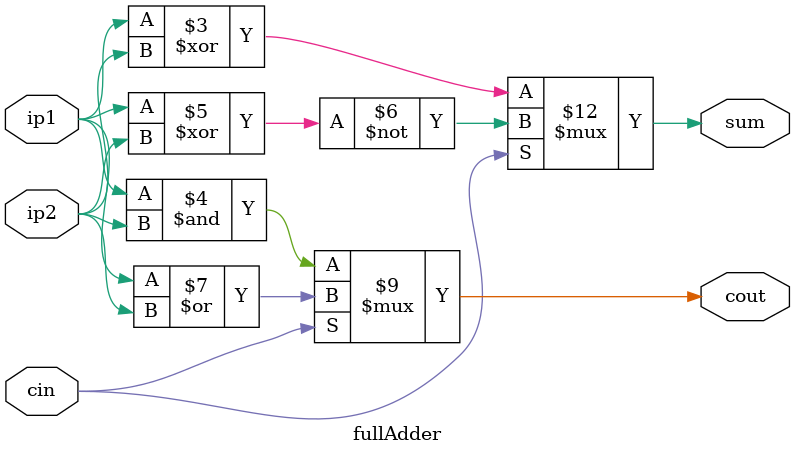
<source format=v>
module fullAdder(sum,cout,ip1,ip2,cin);
	//1 bit adder
	input ip1,ip2,cin;
	output cout,sum;
	reg cout,sum;
	always@(ip1 or ip2 or cin)
		begin
			if(cin==0)
			begin
				sum= ip1 ^ ip2;
				cout= ip1 & ip2; 
			end
			else
			begin
				sum=~(ip1^ip2);
				cout=(ip1|ip2);
			end
		end
endmodule
</source>
